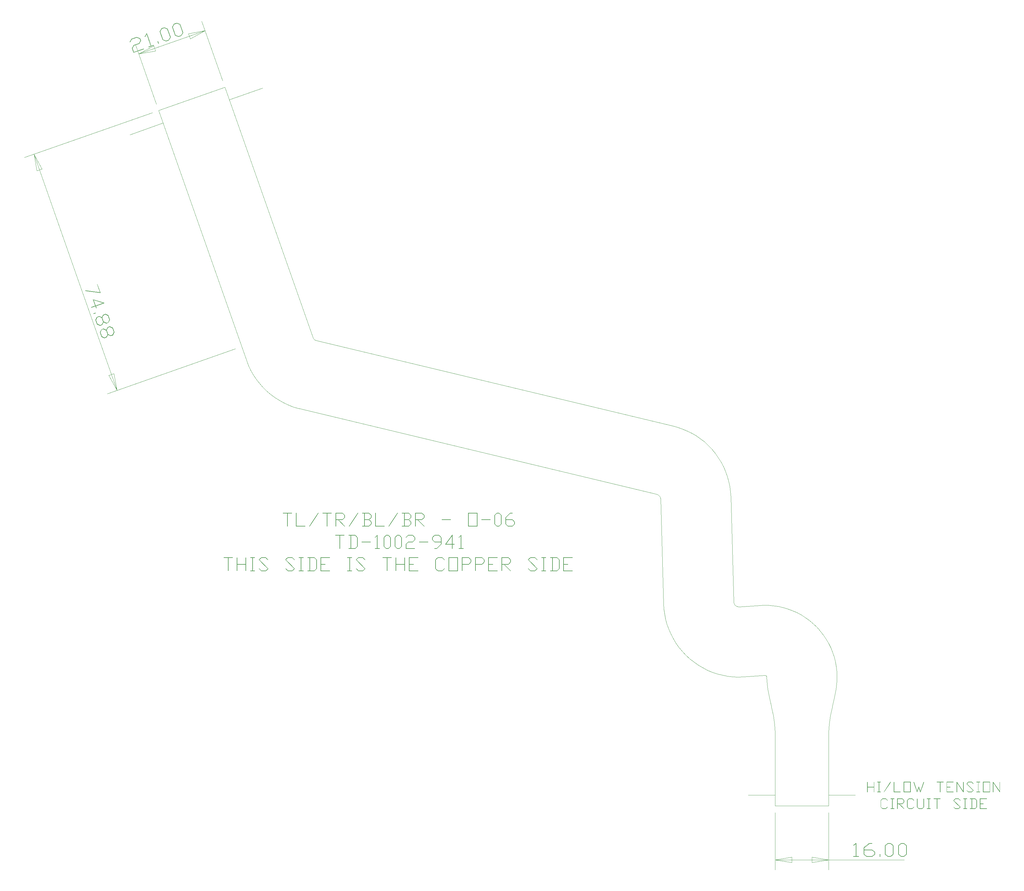
<source format=gbr>
G04 AutoGERB 2.0 for AutoCAD 14*
G04 RS274-X Output *
%FSLAX34Y34*%
%MOMM*%
%ADD12C,0.005000*%
%ADD13C,0.007000*%
G54D13*X1301269Y1213687D02*X1288525Y1213687D01*X1288525Y1174547*X1287645Y1174547*X1287645Y1213687*X1274900Y1213687*X1274900Y1214547*X1301269Y1214547*X1301269Y1213687*G54D13*X1341296Y1174547D02*X1340409Y1174547D01*X1340409Y1193889*X1314928Y1193889*X1314928Y1174547*X1314041Y1174547*X1314041Y1214117*X1314928Y1214117*X1314928Y1194769*X1340409Y1194769*X1340409Y1214117*X1341296Y1214117*X1341296Y1174547*G54D13*X1367235Y1174144D02*X1354041Y1174144D01*X1354041Y1174997*X1360208Y1174997*X1360208Y1213687*X1354041Y1213687*X1354041Y1214547*X1367235Y1214547*X1367235Y1213687*X1361068Y1213687*X1361068Y1174997*X1367235Y1174997*X1367235Y1174144*G54D13*X1407426Y1181144D02*X1400392Y1174144D01*X1386877Y1174144*X1380116Y1180824*X1380757Y1181465*X1387198Y1174997*X1400044Y1174997*X1406219Y1181144*X1379843Y1207513*X1386877Y1214547*X1400392Y1214547*X1407126Y1207834*X1406485Y1207192*X1400044Y1213687*X1387198Y1213687*X1381051Y1207513*X1407426Y1181144*G54D13*X1486567Y1181144D02*X1479533Y1174144D01*X1466017Y1174144*X1459256Y1180824*X1459898Y1181465*X1466338Y1174997*X1479185Y1174997*X1485359Y1181144*X1458984Y1207513*X1466017Y1214547*X1479533Y1214547*X1486266Y1207834*X1485625Y1207192*X1479185Y1213687*X1466338Y1213687*X1460191Y1207513*X1486567Y1181144*G54D13*X1512342Y1174144D02*X1499147Y1174144D01*X1499147Y1174997*X1505315Y1174997*X1505315Y1213687*X1499147Y1213687*X1499147Y1214547*X1512342Y1214547*X1512342Y1213687*X1506174Y1213687*X1506174Y1174997*X1512342Y1174997*X1512342Y1174144*G54D13*X1552369Y1180981D02*X1545499Y1174144D01*X1525543Y1174144*X1525543Y1174997*X1531711Y1174997*X1531711Y1213687*X1525543Y1213687*X1525543Y1214547*X1545499Y1214547*X1552369Y1207677*X1552369Y1180981*G54D13*X1551482Y1181301D02*X1551482Y1207356D01*X1545151Y1213681*X1532570Y1213681*X1532570Y1174997*X1545151Y1174997*X1551482Y1181301*G54D13*X1591482Y1174144D02*X1564684Y1174144D01*X1564684Y1214547*X1591482Y1214547*X1591482Y1213687*X1565571Y1213687*X1565571Y1194769*X1578308Y1194769*X1578308Y1193889*X1565571Y1193889*X1565571Y1174997*X1591482Y1174997*X1591482Y1174144*G54D13*X1657448Y1174144D02*X1644254Y1174144D01*X1644254Y1174997*X1650421Y1174997*X1650421Y1213687*X1644254Y1213687*X1644254Y1214547*X1657448Y1214547*X1657448Y1213687*X1651281Y1213687*X1651281Y1174997*X1657448Y1174997*X1657448Y1174144*G54D13*X1697640Y1181144D02*X1690606Y1174144D01*X1677090Y1174144*X1670329Y1180824*X1670971Y1181465*X1677411Y1174997*X1690258Y1174997*X1696432Y1181144*X1670056Y1207513*X1677090Y1214547*X1690606Y1214547*X1697339Y1207834*X1696698Y1207192*X1690258Y1213687*X1677411Y1213687*X1671264Y1207513*X1697640Y1181144*G54D13*X1776159Y1213687D02*X1763415Y1213687D01*X1763415Y1174547*X1762535Y1174547*X1762535Y1213687*X1749790Y1213687*X1749790Y1214547*X1776159Y1214547*X1776159Y1213687*G54D13*X1816186Y1174547D02*X1815299Y1174547D01*X1815299Y1193889*X1789818Y1193889*X1789818Y1174547*X1788931Y1174547*X1788931Y1214117*X1789818Y1214117*X1789818Y1194769*X1815299Y1194769*X1815299Y1214117*X1816186Y1214117*X1816186Y1174547*G54D13*X1855299Y1174144D02*X1828501Y1174144D01*X1828501Y1214547*X1855299Y1214547*X1855299Y1213687*X1829388Y1213687*X1829388Y1194769*X1842125Y1194769*X1842125Y1193889*X1829388Y1193889*X1829388Y1174997*X1855299Y1174997*X1855299Y1174144*G54D13*X1934760Y1180824D02*X1928027Y1174144D01*X1914511Y1174144*X1907641Y1180981*X1907641Y1207677*X1914511Y1214547*X1928027Y1214547*X1934760Y1207834*X1934119Y1207192*X1927679Y1213687*X1914832Y1213687*X1908528Y1207356*X1908528Y1181301*X1914832Y1174997*X1927679Y1174997*X1934119Y1181465*X1934760Y1180824*G54D13*X1974467Y1174144D02*X1947211Y1174144D01*X1947211Y1214547*X1974467Y1214547*X1974467Y1174144*G54D13*X1973580Y1174997D02*X1973580Y1213681D01*X1948098Y1213681*X1948098Y1174997*X1973580Y1174997*G54D13*X2014037Y1200752D02*X2007167Y1193889D01*X1987669Y1193889*X1987669Y1174547*X1986782Y1174547*X1986782Y1214547*X2007167Y1214547*X2014037Y1207677*X2014037Y1200752*G54D13*X2013150Y1201100D02*X2013150Y1207356D01*X2006819Y1213681*X1987669Y1213681*X1987669Y1194769*X2006819Y1194769*X2013150Y1201100*G54D13*X2053607Y1200752D02*X2046737Y1193889D01*X2027239Y1193889*X2027239Y1174547*X2026352Y1174547*X2026352Y1214547*X2046737Y1214547*X2053607Y1207677*X2053607Y1200752*G54D13*X2052721Y1201100D02*X2052721Y1207356D01*X2046389Y1213681*X2027239Y1213681*X2027239Y1194769*X2046389Y1194769*X2052721Y1201100*G54D13*X2092721Y1174144D02*X2065922Y1174144D01*X2065922Y1214547*X2092721Y1214547*X2092721Y1213687*X2066809Y1213687*X2066809Y1194769*X2079546Y1194769*X2079546Y1193889*X2066809Y1193889*X2066809Y1174997*X2092721Y1174997*X2092721Y1174144*G54D13*X2132748Y1200752D02*X2125878Y1193889D01*X2113563Y1193889*X2132611Y1174895*X2131970Y1174254*X2112362Y1193889*X2106379Y1193889*X2106379Y1174547*X2105492Y1174547*X2105492Y1214547*X2125878Y1214547*X2132748Y1207677*X2132748Y1200752*G54D13*X2131861Y1201100D02*X2131861Y1207356D01*X2125530Y1213681*X2106379Y1213681*X2106379Y1194769*X2125530Y1194769*X2131861Y1201100*G54D13*X2212052Y1181144D02*X2205018Y1174144D01*X2191503Y1174144*X2184742Y1180824*X2185383Y1181465*X2191823Y1174997*X2204670Y1174997*X2210844Y1181144*X2184469Y1207513*X2191503Y1214547*X2205018Y1214547*X2211752Y1207834*X2211110Y1207192*X2204670Y1213687*X2191823Y1213687*X2185676Y1207513*X2212052Y1181144*G54D13*X2237827Y1174144D02*X2224633Y1174144D01*X2224633Y1174997*X2230800Y1174997*X2230800Y1213687*X2224633Y1213687*X2224633Y1214547*X2237827Y1214547*X2237827Y1213687*X2231660Y1213687*X2231660Y1174997*X2237827Y1174997*X2237827Y1174144*G54D13*X2277854Y1180981D02*X2270984Y1174144D01*X2251029Y1174144*X2251029Y1174997*X2257196Y1174997*X2257196Y1213687*X2251029Y1213687*X2251029Y1214547*X2270984Y1214547*X2277854Y1207677*X2277854Y1180981*G54D13*X2276968Y1181301D02*X2276968Y1207356D01*X2270636Y1213681*X2258056Y1213681*X2258056Y1174997*X2270636Y1174997*X2276968Y1181301*G54D13*X2316968Y1174144D02*X2290169Y1174144D01*X2290169Y1214547*X2316968Y1214547*X2316968Y1213687*X2291056Y1213687*X2291056Y1194769*X2303793Y1194769*X2303793Y1193889*X2291056Y1193889*X2291056Y1174997*X2316968Y1174997*X2316968Y1174144*G54D13*X1477935Y1347020D02*X1465191Y1347020D01*X1465191Y1307880*X1464311Y1307880*X1464311Y1347020*X1451566Y1347020*X1451566Y1347880*X1477935Y1347880*X1477935Y1347020*G54D13*X1517505Y1307477D02*X1490707Y1307477D01*X1490707Y1347450*X1491594Y1347450*X1491594Y1308330*X1517505Y1308330*X1517505Y1307477*G54D13*X1557478Y1347232D02*X1531082Y1307689D01*X1530331Y1308112*X1556700Y1347662*X1557478Y1347232*G54D13*X1596646Y1347020D02*X1583901Y1347020D01*X1583901Y1307880*X1583021Y1307880*X1583021Y1347020*X1570277Y1347020*X1570277Y1347880*X1596646Y1347880*X1596646Y1347020*G54D13*X1636673Y1334085D02*X1629803Y1327222D01*X1617488Y1327222*X1636536Y1308228*X1635895Y1307587*X1616287Y1327222*X1610304Y1327222*X1610304Y1307880*X1609417Y1307880*X1609417Y1347880*X1629803Y1347880*X1636673Y1341010*X1636673Y1334085*G54D13*X1635786Y1334433D02*X1635786Y1340689D01*X1629455Y1347014*X1610304Y1347014*X1610304Y1328102*X1629455Y1328102*X1635786Y1334433*G54D13*X1676189Y1347232D02*X1649792Y1307689D01*X1649042Y1308112*X1675411Y1347662*X1676189Y1347232*G54D13*X1715813Y1314314D02*X1708943Y1307477D01*X1688987Y1307477*X1688987Y1308330*X1695155Y1308330*X1695155Y1347020*X1688987Y1347020*X1688987Y1347880*X1708943Y1347880*X1715813Y1341010*X1715813Y1334085*X1709373Y1327679*X1715813Y1321238*X1715813Y1314314*G54D13*X1714926Y1334433D02*X1714926Y1340689D01*X1708595Y1347014*X1696015Y1347014*X1696015Y1328102*X1708595Y1328102*X1714926Y1334433*G54D13*X1714926Y1314634D02*X1714926Y1320918D01*X1708595Y1327222*X1696015Y1327222*X1696015Y1308330*X1708595Y1308330*X1714926Y1314634*G54D13*X1754926Y1307477D02*X1728128Y1307477D01*X1728128Y1347450*X1729015Y1347450*X1729015Y1308330*X1754926Y1308330*X1754926Y1307477*G54D13*X1794899Y1347232D02*X1768503Y1307689D01*X1767753Y1308112*X1794121Y1347662*X1794899Y1347232*G54D13*X1834524Y1314314D02*X1827654Y1307477D01*X1807698Y1307477*X1807698Y1308330*X1813865Y1308330*X1813865Y1347020*X1807698Y1347020*X1807698Y1347880*X1827654Y1347880*X1834524Y1341010*X1834524Y1334085*X1828083Y1327679*X1834524Y1321238*X1834524Y1314314*G54D13*X1833637Y1334433D02*X1833637Y1340689D01*X1827306Y1347014*X1814725Y1347014*X1814725Y1328102*X1827306Y1328102*X1833637Y1334433*G54D13*X1833637Y1314634D02*X1833637Y1320918D01*X1827306Y1327222*X1814725Y1327222*X1814725Y1308330*X1827306Y1308330*X1833637Y1314634*G54D13*X1874094Y1334085D02*X1867224Y1327222D01*X1854909Y1327222*X1873958Y1308228*X1873316Y1307587*X1853709Y1327222*X1847725Y1327222*X1847725Y1307880*X1846838Y1307880*X1846838Y1347880*X1867224Y1347880*X1874094Y1341010*X1874094Y1334085*G54D13*X1873207Y1334433D02*X1873207Y1340689D01*X1866876Y1347014*X1847725Y1347014*X1847725Y1328102*X1866876Y1328102*X1873207Y1334433*G54D13*X1952777Y1327222D02*X1926409Y1327222D01*X1926409Y1328109*X1952777Y1328109*X1952777Y1327222*G54D13*X2032375Y1307477D02*X2005119Y1307477D01*X2005119Y1347880*X2032375Y1347880*X2032375Y1307477*G54D13*X2031488Y1308330D02*X2031488Y1347014D01*X2006006Y1347014*X2006006Y1308330*X2031488Y1308330*G54D13*X2071488Y1327222D02*X2045119Y1327222D01*X2045119Y1328109*X2071488Y1328109*X2071488Y1327222*G54D13*X2104918Y1314314D02*X2098048Y1307477D01*X2091130Y1307477*X2084259Y1314314*X2084259Y1341010*X2091130Y1347880*X2098048Y1347880*X2104918Y1341010*X2104918Y1314314*G54D13*X2104031Y1314634D02*X2104031Y1340689D01*X2097727Y1347014*X2091450Y1347014*X2085146Y1340689*X2085146Y1314634*X2091450Y1308330*X2097727Y1308330*X2104031Y1314634*G54D13*X2144515Y1314314D02*X2137645Y1307477D01*X2124130Y1307477*X2117260Y1314314*X2117260Y1334433*X2130727Y1347880*X2137461Y1347880*X2137461Y1347020*X2131048Y1347020*X2118147Y1334085*X2118147Y1328102*X2137645Y1328102*X2144515Y1321238*X2144515Y1314314*G54D13*X2143628Y1314634D02*X2143628Y1320918D01*X2137297Y1327222*X2118147Y1327222*X2118147Y1314634*X2124450Y1308330*X2137297Y1308330*X2143628Y1314634*G54D12*X2618343Y1607534D02*X1552014Y1863075D01*G54D12*X2569404Y1403316D02*X1503074Y1658857D01*G54D13*X1634602Y1280353D02*X1621858Y1280353D01*X1621858Y1241213*X1620978Y1241213*X1620978Y1280353*X1608233Y1280353*X1608233Y1281213*X1634602Y1281213*X1634602Y1280353*G54D13*X1674629Y1247647D02*X1667759Y1240810D01*X1647803Y1240810*X1647803Y1241663*X1653971Y1241663*X1653971Y1280353*X1647803Y1280353*X1647803Y1281213*X1667759Y1281213*X1674629Y1274343*X1674629Y1247647*G54D13*X1673742Y1247967D02*X1673742Y1274022D01*X1667411Y1280347*X1654831Y1280347*X1654831Y1241663*X1667411Y1241663*X1673742Y1247967*G54D13*X1713742Y1260555D02*X1687374Y1260555D01*X1687374Y1261442*X1713742Y1261442*X1713742Y1260555*G54D13*X1740138Y1240810D02*X1726944Y1240810D01*X1726944Y1241663*X1733111Y1241663*X1733111Y1279733*X1727265Y1273858*X1726623Y1274500*X1733357Y1281213*X1733971Y1281213*X1733971Y1241663*X1740138Y1241663*X1740138Y1240810*G54D13*X1773568Y1247647D02*X1766698Y1240810D01*X1759780Y1240810*X1752910Y1247647*X1752910Y1274343*X1759780Y1281213*X1766698Y1281213*X1773568Y1274343*X1773568Y1247647*G54D13*X1772682Y1247967D02*X1772682Y1274022D01*X1766378Y1280347*X1760101Y1280347*X1753797Y1274022*X1753797Y1247967*X1760101Y1241663*X1766378Y1241663*X1772682Y1247967*G54D13*X1806569Y1247647D02*X1799698Y1240810D01*X1792780Y1240810*X1785910Y1247647*X1785910Y1274343*X1792780Y1281213*X1799698Y1281213*X1806569Y1274343*X1806569Y1247647*G54D13*X1805682Y1247967D02*X1805682Y1274022D01*X1799378Y1280347*X1793101Y1280347*X1786797Y1274022*X1786797Y1247967*X1793101Y1241663*X1799378Y1241663*X1805682Y1247967*G54D13*X1846166Y1267418D02*X1839296Y1260555D01*X1826101Y1260555*X1819797Y1254251*X1819797Y1241663*X1845709Y1241663*X1845709Y1240810*X1818910Y1240810*X1818910Y1254571*X1825781Y1261435*X1838948Y1261435*X1845279Y1267766*X1845279Y1274022*X1838948Y1280353*X1826101Y1280353*X1819661Y1273858*X1819020Y1274500*X1825781Y1281213*X1839296Y1281213*X1846166Y1274343*X1846166Y1267418*G54D13*X1885279Y1260555D02*X1858910Y1260555D01*X1858910Y1261442*X1885279Y1261442*X1885279Y1260555*G54D13*X1925306Y1254251D02*X1911839Y1240810D01*X1905078Y1240810*X1905078Y1241663*X1911518Y1241663*X1924420Y1254571*X1924420Y1260555*X1904921Y1260555*X1898051Y1267418*X1898051Y1274343*X1904921Y1281213*X1918436Y1281213*X1925306Y1274343*X1925306Y1254251*G54D13*X1924420Y1261435D02*X1924420Y1274022D01*X1918088Y1280347*X1905242Y1280347*X1898938Y1274022*X1898938Y1267766*X1905242Y1261435*X1924420Y1261435*G54D13*X1964420Y1253978D02*X1958279Y1253978D01*X1958279Y1241213*X1957392Y1241213*X1957392Y1253978*X1937164Y1253978*X1958279Y1282100*X1958279Y1254837*X1964420Y1254837*X1964420Y1253978*G54D13*X1957392Y1254837D02*X1957392Y1279466D01*X1938938Y1254837*X1957392Y1254837*G54D13*X1990816Y1240810D02*X1977621Y1240810D01*X1977621Y1241663*X1983788Y1241663*X1983788Y1279733*X1977942Y1273858*X1977300Y1274500*X1984034Y1281213*X1984648Y1281213*X1984648Y1241663*X1990816Y1241663*X1990816Y1240810*G54D13*X905775Y2006217D02*X861188Y2011881D01*X861338Y2012730*X904494Y2007271*X895986Y2031493*X896797Y2031778*X905775Y2006217*G54D13*X892953Y1960540D02*X890918Y1966333D01*X878874Y1962103*X878580Y1962940*X890624Y1967170*X883921Y1986255*X917451Y1975652*X891728Y1966618*X893763Y1960825*X892953Y1960540*G54D13*X891434Y1967455D02*X914672Y1975617D01*X885319Y1984867*X891434Y1967455*G54D13*X885435Y1943423D02*X885141Y1944260D01*X891366Y1946446*X891659Y1945609*X885435Y1943423*G54D13*X904619Y1908221D02*X895891Y1912437D01*X891412Y1925189*X895586Y1933937*X902119Y1936231*X910321Y1932315*X914240Y1940489*X920774Y1942783*X929532Y1938578*X934011Y1925826*X929806Y1917068*X923272Y1914773*X915094Y1918726*X911151Y1910515*X904619Y1908221*G54D13*X923307Y1915725D02*X929209Y1917798D01*X933079Y1925867*X928822Y1937988*X920765Y1941840*X914862Y1939767*X910978Y1931721*X915236Y1919600*X923307Y1915725*G54D13*X904627Y1909164D02*X910555Y1911246D01*X914405Y1919309*X910148Y1931430*X902111Y1935288*X896182Y1933206*X892323Y1925169*X896581Y1913048*X904627Y1909164*G54D13*X917731Y1870887D02*X909004Y1875103D01*X904525Y1887854*X908699Y1896603*X915232Y1898897*X923435Y1894980*X927353Y1903154*X933887Y1905449*X942646Y1901243*X947124Y1888492*X942919Y1879733*X936385Y1877439*X928207Y1881392*X924264Y1873181*X917731Y1870887*G54D13*X936420Y1878391D02*X942322Y1880464D01*X946192Y1888533*X941935Y1900654*X933878Y1904506*X927975Y1902433*X924091Y1894387*X928348Y1882266*X936420Y1878391*G54D13*X917739Y1871830D02*X923668Y1873912D01*X927518Y1881974*X923261Y1894096*X915224Y1897954*X909295Y1895872*X905436Y1887835*X909694Y1875714*X917739Y1871830*G54D12*X1061423Y2545069D02*X678911Y2410719D01*G54D12*X1309569Y1838565D02*X927057Y1704215D01*G54D12*X707216Y2420661D02*X831289Y2067409D01*G54D12*X955362Y1714157D02*X831289Y2067409D01*G54D12*X716237Y2370835D02*X731333Y2376137D01*X707216Y2420661*X707216Y2420661*X716237Y2370835*G54D12*X946340Y1763982D02*X931245Y1758680D01*X955362Y1714157*X955362Y1714157*X946340Y1763982*G54D12*X1541358Y1872691D02*X1278427Y2621288D01*G54D12*X1343224Y1803100D02*X1080293Y2551697D01*G54D12*X1343224Y1803100D02*X1348923Y1788517D01*X1355622Y1774366*X1363290Y1760715*X1371888Y1747631*X1381376Y1735176*X1391706Y1723411*X1402830Y1712393*X1414693Y1702175*X1427238Y1692807*X1440404Y1684334*X1454127Y1676797*X1468342Y1670233*X1482978Y1664673*X1497966Y1660145*X1503074Y1658857*G54D12*X1541358Y1872691D02*X1541738Y1871719D01*X1542184Y1870775*X1542695Y1869865*X1543269Y1868993*X1543901Y1868163*X1544590Y1867378*X1545331Y1866644*X1546122Y1865962*X1546959Y1865338*X1547836Y1864773*X1548751Y1864271*X1549699Y1863833*X1550675Y1863462*X1551674Y1863160*X1552014Y1863075*G54D12*X1278427Y2621288D02*X1080293Y2551697D01*G54D13*X1026811Y2760906D02*X1021307Y2751699D01*X1006368Y2746452*X1001320Y2737997*X1005491Y2726120*X1034828Y2736424*X1035111Y2735620*X1004770Y2724963*X1000210Y2737946*X1005713Y2747154*X1020621Y2752391*X1025691Y2760881*X1023618Y2766784*X1014352Y2770240*X999807Y2765131*X994669Y2756442*X993730Y2756793*X999159Y2765815*X1014462Y2771190*X1024516Y2767440*X1026811Y2760906*G54D13*X1064997Y2746116D02*X1050058Y2740869D01*X1049775Y2741674*X1056758Y2744127*X1044142Y2780046*X1039469Y2772178*X1038530Y2772528*X1043930Y2781540*X1044625Y2781784*X1057731Y2744469*X1064714Y2746921*X1064997Y2746116*G54D13*X1080327Y2751928D02*X1079322Y2751575D01*X1077136Y2757799*X1078141Y2758152*X1080327Y2751928*G54D13*X1115526Y2771110D02*X1110014Y2761928D01*X1102181Y2759177*X1092137Y2762895*X1083291Y2788083*X1088792Y2797297*X1096625Y2800048*X1106680Y2796298*X1115526Y2771110*G54D13*X1114417Y2771060D02*X1105782Y2795643D01*X1096549Y2799103*X1089442Y2796607*X1084401Y2788133*X1093035Y2763550*X1102262Y2760109*X1109368Y2762605*X1114417Y2771060*G54D13*X1152889Y2784233D02*X1147376Y2775051D01*X1139544Y2772300*X1129500Y2776018*X1120653Y2801206*X1126156Y2810420*X1133987Y2813171*X1144042Y2809421*X1152889Y2784233*G54D13*X1151779Y2784183D02*X1143145Y2808765D01*X1133911Y2812226*X1126805Y2809730*X1121764Y2801256*X1130398Y2776673*X1139624Y2773232*X1146730Y2775728*X1151779Y2784183*G54D12*X1271800Y2640158D02*X1209199Y2818390D01*G54D12*X1073666Y2570567D02*X1011065Y2748799D01*G54D12*X1219140Y2790085D02*X1120073Y2755290D01*G54D12*X1021006Y2720494D02*X1120073Y2755290D01*G54D12*X1169315Y2781064D02*X1174617Y2765968D01*X1219140Y2790085*X1219140Y2790085*X1169315Y2781064*G54D12*X1070832Y2729516D02*X1065530Y2744612D01*X1021006Y2720494*X1021006Y2720494*X1070832Y2729516*G54D12*X1093549Y2513957D02*X994482Y2479162D01*G54D12*X1390750Y2618343D02*X1291683Y2583548D01*G54D12*X2790818Y1395094D02*X2789831Y1410720D01*X2787759Y1426239*X2784613Y1441577*X2780409Y1456658*X2775165Y1471411*X2768909Y1485763*X2761669Y1499646*X2753481Y1512991*X2744385Y1525735*X2734425Y1537815*X2723649Y1549174*X2712110Y1559755*X2699862Y1569509*X2686965Y1578387*X2673483Y1586346*X2659479Y1593349*X2645023Y1599361*X2630183Y1604353*X2618343Y1607534*G54D13*X3259034Y467751D02*X3253984Y462742D01*X3243847Y462742*X3238695Y467869*X3238695Y487891*X3243847Y493044*X3253984Y493044*X3259034Y488009*X3258553Y487528*X3253723Y492399*X3244088Y492399*X3239360Y487651*X3239360Y468110*X3244088Y463382*X3253723Y463382*X3258553Y468232*X3259034Y467751*G54D13*X3278591Y462742D02*X3268695Y462742D01*X3268695Y463382*X3273320Y463382*X3273320Y492399*X3268695Y492399*X3268695Y493044*X3278591Y493044*X3278591Y492399*X3273965Y492399*X3273965Y463382*X3278591Y463382*X3278591Y462742*G54D13*X3308611Y482698D02*X3303458Y477550D01*X3294223Y477550*X3308509Y463305*X3308028Y462824*X3293322Y477550*X3288834Y477550*X3288834Y463044*X3288169Y463044*X3288169Y493044*X3303458Y493044*X3308611Y487891*X3308611Y482698*G54D13*X3307946Y482959D02*X3307946Y487651D01*X3303197Y492394*X3288834Y492394*X3288834Y478210*X3303197Y478210*X3307946Y482959*G54D13*X3338186Y467751D02*X3333136Y462742D01*X3323000Y462742*X3317847Y467869*X3317847Y487891*X3323000Y493044*X3333136Y493044*X3338186Y488009*X3337705Y487528*X3332875Y492399*X3323240Y492399*X3318512Y487651*X3318512Y468110*X3323240Y463382*X3332875Y463382*X3337705Y468232*X3338186Y467751*G54D13*X3367966Y467869D02*X3362814Y462742D01*X3352677Y462742*X3347525Y467869*X3347525Y492722*X3348190Y492722*X3348190Y468110*X3352918Y463382*X3362553Y463382*X3367301Y468110*X3367301Y492722*X3367966Y492722*X3367966Y467869*G54D13*X3387421Y462742D02*X3377525Y462742D01*X3377525Y463382*X3382150Y463382*X3382150Y492399*X3377525Y492399*X3377525Y493044*X3387421Y493044*X3387421Y492399*X3382795Y492399*X3382795Y463382*X3387421Y463382*X3387421Y462742*G54D13*X3417098Y492399D02*X3407540Y492399D01*X3407540Y463044*X3406880Y463044*X3406880Y492399*X3397322Y492399*X3397322Y493044*X3417098Y493044*X3417098Y492399*G54D13*X3476919Y467992D02*X3471644Y462742D01*X3461507Y462742*X3456436Y467751*X3456917Y468232*X3461748Y463382*X3471383Y463382*X3476013Y467992*X3456232Y487769*X3461507Y493044*X3471644Y493044*X3476694Y488009*X3476213Y487528*X3471383Y492399*X3461748Y492399*X3457137Y487769*X3476919Y467992*G54D13*X3496250Y462742D02*X3486355Y462742D01*X3486355Y463382*X3490980Y463382*X3490980Y492399*X3486355Y492399*X3486355Y493044*X3496250Y493044*X3496250Y492399*X3491625Y492399*X3491625Y463382*X3496250Y463382*X3496250Y462742*G54D13*X3526271Y467869D02*X3521118Y462742D01*X3506152Y462742*X3506152Y463382*X3510777Y463382*X3510777Y492399*X3506152Y492399*X3506152Y493044*X3521118Y493044*X3526271Y487891*X3526271Y467869*G54D13*X3525606Y468110D02*X3525606Y487651D01*X3520857Y492394*X3511422Y492394*X3511422Y463382*X3520857Y463382*X3525606Y468110*G54D13*X3555606Y462742D02*X3535507Y462742D01*X3535507Y493044*X3555606Y493044*X3555606Y492399*X3536172Y492399*X3536172Y478210*X3545725Y478210*X3545725Y477550*X3536172Y477550*X3536172Y463382*X3555606Y463382*X3555606Y462742*G54D13*X3219136Y513044D02*X3218471Y513044D01*X3218471Y527550*X3199360Y527550*X3199360Y513044*X3198695Y513044*X3198695Y542722*X3199360Y542722*X3199360Y528210*X3218471Y528210*X3218471Y542722*X3219136Y542722*X3219136Y513044*G54D13*X3238591Y512742D02*X3228695Y512742D01*X3228695Y513382*X3233320Y513382*X3233320Y542399*X3228695Y542399*X3228695Y543044*X3238591Y543044*X3238591Y542399*X3233965Y542399*X3233965Y513382*X3238591Y513382*X3238591Y512742*G54D13*X3268570Y542558D02*X3248773Y512901D01*X3248210Y513218*X3267987Y542880*X3268570Y542558*G54D13*X3297946Y512742D02*X3277847Y512742D01*X3277847Y542722*X3278512Y542722*X3278512Y513382*X3297946Y513382*X3297946Y512742*G54D13*X3327966Y512742D02*X3307525Y512742D01*X3307525Y543044*X3327966Y543044*X3327966Y512742*G54D13*X3327301Y513382D02*X3327301Y542394D01*X3308190Y542394*X3308190Y513382*X3327301Y513382*G54D13*X3367525Y542594D02*X3357644Y513044D01*X3356958Y513044*X3352353Y526844*X3347763Y513044*X3347083Y513044*X3337202Y542594*X3337867Y542839*X3347421Y514088*X3352353Y528916*X3357301Y514088*X3366859Y542839*X3367525Y542594*G54D13*X3426552Y542399D02*X3416994Y542399D01*X3416994Y513044*X3416334Y513044*X3416334Y542399*X3406776Y542399*X3406776Y543044*X3426552Y543044*X3426552Y542399*G54D13*X3456230Y512742D02*X3436131Y512742D01*X3436131Y543044*X3456230Y543044*X3456230Y542399*X3436796Y542399*X3436796Y528210*X3446349Y528210*X3446349Y527550*X3436796Y527550*X3436796Y513382*X3456230Y513382*X3456230Y512742*G54D13*X3486250Y513044D02*X3485544Y513044D01*X3466474Y541652*X3466474Y513044*X3465809Y513044*X3465809Y542701*X3466530Y542722*X3485585Y514129*X3485585Y542722*X3486250Y542722*X3486250Y513044*G54D13*X3516051Y517992D02*X3510775Y512742D01*X3500639Y512742*X3495568Y517751*X3496049Y518232*X3500880Y513382*X3510515Y513382*X3515145Y517992*X3495364Y537769*X3500639Y543044*X3510775Y543044*X3515826Y538009*X3515345Y537528*X3510515Y542399*X3500880Y542399*X3496269Y537769*X3516051Y517992*G54D13*X3535382Y512742D02*X3525486Y512742D01*X3525486Y513382*X3530112Y513382*X3530112Y542399*X3525486Y542399*X3525486Y543044*X3535382Y543044*X3535382Y542399*X3530757Y542399*X3530757Y513382*X3535382Y513382*X3535382Y512742*G54D13*X3565403Y512742D02*X3544961Y512742D01*X3544961Y543044*X3565403Y543044*X3565403Y512742*G54D13*X3564738Y513382D02*X3564738Y542394D01*X3545626Y542394*X3545626Y513382*X3564738Y513382*G54D13*X3595080Y513044D02*X3594374Y513044D01*X3575304Y541652*X3575304Y513044*X3574639Y513044*X3574639Y542701*X3575360Y542722*X3594415Y514129*X3594415Y542722*X3595080Y542722*X3595080Y513044*G54D12*X3083259Y471278D02*X3083259Y691278D01*G54D12*X2923259Y471278D02*X2923259Y691278D01*G54D12*X3163259Y503278D02*X3083259Y503278D01*G54D13*X3173158Y319564D02*X3157325Y319564D01*X3157325Y320417*X3164726Y320417*X3164726Y358487*X3157710Y352612*X3156940Y353254*X3165020Y359967*X3165757Y359967*X3165757Y320417*X3173158Y320417*X3173158Y319564*G54D13*X3221191Y326401D02*X3212947Y319564D01*X3196728Y319564*X3188484Y326401*X3188484Y346520*X3204645Y359967*X3212726Y359967*X3212726Y359107*X3205030Y359107*X3189549Y346172*X3189549Y340189*X3212947Y340189*X3221191Y333325*X3221191Y326401*G54D13*X3220127Y326721D02*X3220127Y333005D01*X3212529Y339309*X3189549Y339309*X3189549Y326721*X3197113Y320417*X3212529Y320417*X3220127Y326721*G54D13*X3237033Y319967D02*X3235968Y319967D01*X3235968Y326564*X3237033Y326564*X3237033Y319967*G54D13*X3276600Y326401D02*X3268356Y319564D01*X3260054Y319564*X3251810Y326401*X3251810Y353097*X3260054Y359967*X3268356Y359967*X3276600Y353097*X3276600Y326401*G54D13*X3275536Y326721D02*X3275536Y352776D01*X3267971Y359101*X3260439Y359101*X3252874Y352776*X3252874Y326721*X3260439Y320417*X3267971Y320417*X3275536Y326721*G54D13*X3316200Y326401D02*X3307956Y319564D01*X3299655Y319564*X3291410Y326401*X3291410Y353097*X3299655Y359967*X3307956Y359967*X3316200Y353097*X3316200Y326401*G54D13*X3315136Y326721D02*X3315136Y352776D01*X3307571Y359101*X3300039Y359101*X3292475Y352776*X3292475Y326721*X3300039Y320417*X3307571Y320417*X3315136Y326721*G54D12*X2923259Y451278D02*X2923259Y279967D01*G54D12*X3083259Y451278D02*X3083259Y279967D01*G54D12*X2923259Y309967D02*X3003259Y309967D01*G54D12*X3083259Y309967D02*X3003259Y309967D01*G54D12*X3003259Y309967D02*X3309408Y309967D01*G54D12*X2973259Y301967D02*X2973259Y317967D01*X2923259Y309967*X2923259Y309967*X2973259Y301967*G54D12*X3033259Y317967D02*X3033259Y301967D01*X3083259Y309967*X3083259Y309967*X3033259Y317967*G54D12*X2923259Y503278D02*X2843259Y503278D01*G54D12*X3083259Y471278D02*X2923259Y471278D01*G54D12*X2589778Y1075531D02*X2590765Y1059905D01*X2592837Y1044386*X2595982Y1029048*X2600187Y1013967*X2605431Y999214*X2611687Y984861*X2618927Y970979*X2627114Y957634*X2636210Y944890*X2646170Y932809*X2656946Y921451*X2668486Y910870*X2680734Y901116*X2693630Y892238*X2707113Y884279*X2721117Y877276*X2735573Y871264*X2750413Y866272*X2765564Y862324*X2780953Y859439*X2796505Y857632*X2812145Y856910*X2827797Y857278*X2829410Y857378*G54D12*X2589778Y1075531D02*X2580902Y1389153D01*G54D12*X2580902Y1389153D02*X2580836Y1390195D01*X2580698Y1391229*X2580488Y1392252*X2580208Y1393257*X2579858Y1394241*X2579441Y1395198*X2578959Y1396123*X2578413Y1397013*X2577806Y1397863*X2577142Y1398668*X2576424Y1399425*X2575655Y1400131*X2574838Y1400781*X2573978Y1401373*X2573079Y1401903*X2572146Y1402370*X2571182Y1402771*X2570193Y1403104*X2569404Y1403316*G54D12*X3108259Y856554D02*X3107739Y871506D01*X3106180Y886386*X3103590Y901121*X3099981Y915640*X3095372Y929873*X3089783Y943751*X3083244Y957207*X3075784Y970176*X3067440Y982594*X3058253Y994402*X3048267Y1005543*X3037531Y1015962*X3026096Y1025609*X3014017Y1034438*X3001354Y1042405*X2988168Y1049472*X2974522Y1055606*X2960482Y1060775*X2946117Y1064956*X2931496Y1068127*X2916690Y1070274*X2901770Y1071386*X2886810Y1071458*X2879191Y1071094*G54D12*X3083259Y691278D02*X3084652Y714912D01*X3088564Y740275*X3094270Y767141*G54D12*X2912030Y768141D02*X2906067Y794755D01*X2901310Y820113*X2898642Y844004*G54D12*X2923259Y691278D02*X2921867Y714912D01*X2917955Y740275*X2912249Y767141*G54D12*X2912249Y767141D02*X2912030Y768141D01*G54D12*X2892932Y861544D02*X2829410Y857378D01*G54D12*X2898642Y844004D02*X2898429Y848248D01*X2898302Y852432*X2898259Y856554*G54D12*X2898259Y856554D02*X2898247Y856902D01*X2898211Y857248*X2898151Y857591*X2898067Y857928*X2897960Y858259*X2897830Y858582*X2897678Y858895*X2897504Y859197*X2897310Y859485*X2897096Y859760*X2896864Y860019*X2896615Y860261*X2896349Y860486*X2896068Y860691*X2895773Y860876*X2895467Y861041*X2895149Y861183*X2894823Y861304*X2894489Y861401*X2894149Y861475*X2893804Y861525*X2893457Y861550*X2893109Y861552*X2892932Y861544*G54D12*X3094489Y768141D02*X3100452Y794755D01*X3105208Y820113*X3107877Y844004*G54D12*X3094270Y767141D02*X3094489Y768141D01*G54D12*X3107877Y844004D02*X3108089Y848248D01*X3108217Y852432*X3108259Y856554*G54D12*X2799694Y1081472D02*X2790818Y1395094D01*G54D12*X2879191Y1071094D02*X2815669Y1066928D01*G54D12*X2799694Y1081472D02*X2799760Y1080430D01*X2799898Y1079395*X2800108Y1078373*X2800388Y1077367*X2800737Y1076384*X2801154Y1075427*X2801637Y1074502*X2802183Y1073612*X2802789Y1072762*X2803453Y1071957*X2804172Y1071200*X2804941Y1070494*X2805758Y1069844*X2806617Y1069252*X2807516Y1068722*X2808450Y1068255*X2809414Y1067854*X2810403Y1067521*X2811413Y1067258*X2812439Y1067066*X2813476Y1066945*X2814518Y1066897*X2815562Y1066922*X2815669Y1066928*M02*
</source>
